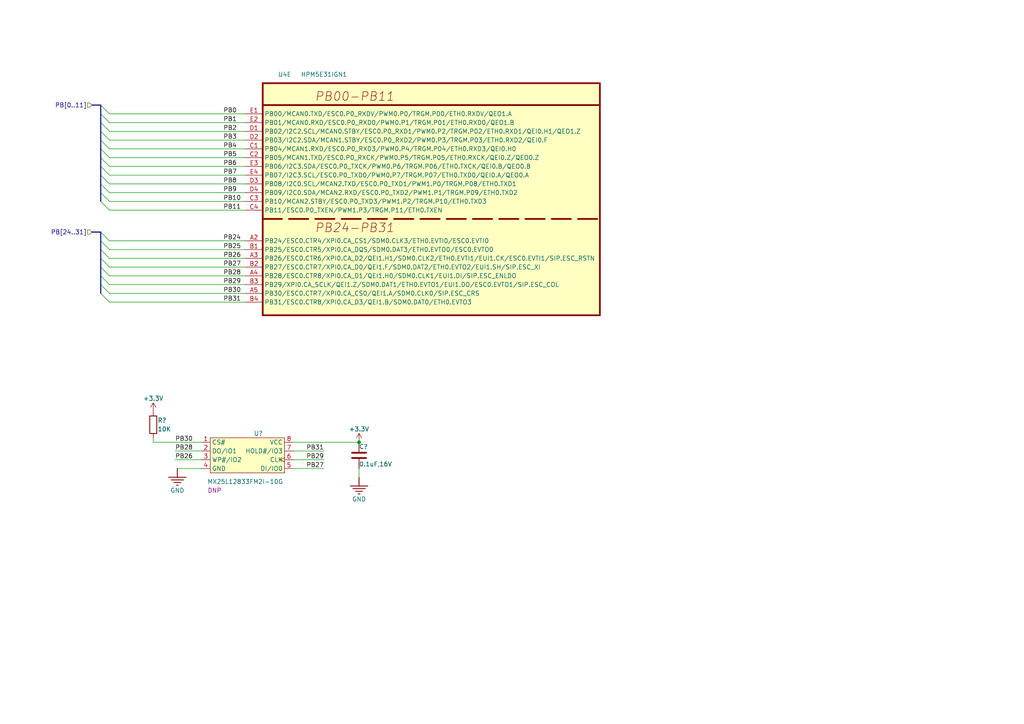
<source format=kicad_sch>
(kicad_sch (version 20230121) (generator eeschema)
  (paper "A4")
  (title_block (title "HPM5E00EVK") (date "2024-02-12") (rev "RevB") (comment 1 "MCU_PB&FLASH"))
  (lib_symbols
    (symbol "00_HPM700_Library:HPM5E31IGN1"
      (property "Reference" "U" (at 2.54 1.27 0))
      (property "Value" "HPM5E31IGN1" (at 12.7 1.27 0))
      (symbol "HPM5E31IGN1_1_1"
        (polyline (pts (xy 0 -40.64) (xy 35.56 -40.64)) (stroke (width 0.508)))
        (polyline (pts (xy 9.525 -6.35) (xy 15.24 -6.35) (xy 15.24 -10.16) (xy 14.605 -9.525) (xy 15.24 -10.16) (xy 15.875 -9.525)))
        (polyline (pts (xy 15.24 -15.24) (xy 15.24 -19.05) (xy 9.525 -19.05) (xy 10.16 -18.415) (xy 9.525 -19.05) (xy 10.16 -19.685)))
        (rectangle (start 0 0) (end 35.56 -60.96) (stroke (width 0.508)) (fill (type background)))
        (rectangle (start 11.43 -11.43) (end 19.05 -13.97))
        (text "Analog_Domain" (at 11.43 -44.45 0) (effects (font (size 1.778 1.778))))
        (text "DCDC" (at 15.24 -12.7 0) (effects (font (size 1.27 1.27))))
        (text "DCDC_Domain" (at 10.16 -2.54 0) (effects (font (size 1.778 1.778))))
        (pin power_in line (at 40.64 -3.81 180) (length 5.08) (name "VDD_SOC") (number "F6"))
        (pin power_in line (at 40.64 -6.35 180) (length 5.08) (name "VDD_SOC") (number "F9"))
        (pin power_in line (at 40.64 -8.89 180) (length 5.08) (name "VDD_SOC") (number "G6"))
        (pin power_in line (at 40.64 -11.43 180) (length 5.08) (name "VDD_SOC") (number "G9"))
        (pin power_in line (at -5.08 -55.88 0) (length 5.08) (name "VSSA") (number "H8"))
        (pin power_in line (at 40.64 -13.97 180) (length 5.08) (name "VDD_SOC") (number "H9"))
        (pin power_in line (at 40.64 -55.88 180) (length 5.08) (name "VREFL") (number "J8"))
        (pin power_in line (at -5.08 -48.26 0) (length 5.08) (name "VANA") (number "J9"))
        (pin power_in line (at 40.64 -48.26 180) (length 5.08) (name "VREFH") (number "K9"))
        (pin power_in line (at -5.08 -6.35 0) (length 5.08) (name "DCDC_IN") (number "M1"))
        (pin power_in line (at -5.08 -8.89 0) (length 5.08) (name "DCDC_IN") (number "M2"))
        (pin power_in line (at -5.08 -27.94 0) (length 5.08) (name "DCDC_GND") (number "N1"))
        (pin power_in line (at -5.08 -16.51 0) (length 5.08) (name "DCDC_LP") (number "N2"))
        (pin power_in line (at -5.08 -30.48 0) (length 5.08) (name "DCDC_GND") (number "P2"))
        (pin power_in line (at -5.08 -19.05 0) (length 5.08) (name "DCDC_LP") (number "P3"))
      )
      (symbol "HPM5E31IGN1_2_1"
        (rectangle (start 0 0) (end 35.56 -27.94) (stroke (width 0.508)) (fill (type background)))
        (pin power_in line (at -5.08 -5.08 0) (length 5.08) (name "VSS") (number "A1"))
        (pin power_in line (at -5.08 -7.62 0) (length 5.08) (name "VSS") (number "A14"))
        (pin power_in line (at -5.08 -12.7 0) (length 5.08) (name "VSS") (number "E10"))
        (pin power_in line (at -5.08 -10.16 0) (length 5.08) (name "VSS") (number "E5"))
        (pin power_in line (at -5.08 -15.24 0) (length 5.08) (name "VSS") (number "F7"))
        (pin power_in line (at -5.08 -17.78 0) (length 5.08) (name "VSS") (number "F8"))
        (pin power_in line (at -5.08 -20.32 0) (length 5.08) (name "VSS") (number "G7"))
        (pin power_in line (at -5.08 -22.86 0) (length 5.08) (name "VSS") (number "G8"))
        (pin power_in line (at 40.64 -5.08 180) (length 5.08) (name "VSS") (number "H7"))
        (pin power_in line (at 40.64 -7.62 180) (length 5.08) (name "VSS") (number "J7"))
        (pin power_in line (at 40.64 -12.7 180) (length 5.08) (name "VSS") (number "K10"))
        (pin power_in line (at 40.64 -10.16 180) (length 5.08) (name "VSS") (number "K5"))
        (pin power_in line (at 40.64 -15.24 180) (length 5.08) (name "VSS") (number "N3"))
        (pin power_in line (at 40.64 -17.78 180) (length 5.08) (name "VSS") (number "P1"))
        (pin power_in line (at 40.64 -20.32 180) (length 5.08) (name "VSS") (number "P14"))
      )
      (symbol "HPM5E31IGN1_3_1"
        (polyline (pts (xy 0 -25.4) (xy 35.56 -25.4)) (stroke (width 0.508)))
        (rectangle (start 0 0) (end 35.56 -45.72) (stroke (width 0.508)) (fill (type background)))
        (pin input line (at -5.08 -16.51 0) (length 5.08) (name "XTALO") (number "K13"))
        (pin input line (at -5.08 -6.35 0) (length 5.08) (name "XTALI") (number "K14"))
        (pin input line (at -5.08 -33.02 0) (length 5.08) (name "USB0_VBUS") (number "L12"))
        (pin input line (at 40.64 -39.37 180) (length 5.08) (name "USB0_DN") (number "L13"))
        (pin input line (at 40.64 -33.02 180) (length 5.08) (name "USB0_DP") (number "L14"))
        (pin input line (at 40.64 -16.51 180) (length 5.08) (name "WKUP") (number "L3"))
        (pin input line (at 40.64 -6.35 180) (length 5.08) (name "RSTN") (number "M3"))
      )
      (symbol "HPM5E31IGN1_4_1"
        (polyline (pts (xy 0 -46.99) (xy 115.57 -46.99)) (stroke (width 0.508) (type dash)))
        (polyline (pts (xy 0 -17.78) (xy 115.57 -17.78)) (stroke (width 0.508)))
        (rectangle (start 0 0) (end 115.57 -96.52) (stroke (width 0.508)) (fill (type background)))
        (text "PA00-PA09" (at 27.94 -15.24 0) (effects (font (size 2.54 2.54) italic)))
        (text "PA16-PA31" (at 27.94 -49.53 0) (effects (font (size 2.54 2.54) italic)))
        (pin input line (at -5.08 -3.81 0) (length 5.08) (name "VIO_B01") (number "E6"))
        (pin input line (at -5.08 -6.35 0) (length 5.08) (name "VIO_B01") (number "E7"))
        (pin input line (at -5.08 -8.89 0) (length 5.08) (name "VIO_B01") (number "E8"))
        (pin input line (at -5.08 -11.43 0) (length 5.08) (name "VIO_B01") (number "E9"))
        (pin input line (at -5.08 -44.45 0) (length 5.08) (name "PA09/GPTMR0.CAPT1/UART2.RXD/I2C0.SDA/MCAN2.RXD/ESC0.REFCK/PWM1.P1/TRGM.P09/ETH0.EVTO2") (number "F1"))
        (pin input line (at -5.08 -31.75 0) (length 5.08) (name "PA04/UART1.CTS/SPI1.SCLK/MCAN1.RXD/PWM0.P4/TRGM.P04/JTAG.TDO/SIP.MISO") (number "F2"))
        (pin input line (at -5.08 -34.29 0) (length 5.08) (name "PA05/GPTMR1.COMP2/UART1.DE/UART1.RTS/SPI1.CS0/MCAN1.TXD/PWM0.P5/TRGM.P05/JTAG.TDI/SIP.MOSI") (number "F3"))
        (pin input line (at -5.08 -36.83 0) (length 5.08) (name "PA06/GPTMR0.CAPT0/UART1.RXD/I2C3.SDA/SPI1.MISO/PWM0.P6/TRGM.P06/JTAG.TCK/SIP.SCLK") (number "F4"))
        (pin input line (at -5.08 -39.37 0) (length 5.08) (name "PA07/GPTMR0.COMP0/UART1.TXD/I2C3.SCL/SPI1.MOSI/PWM0.P7/TRGM.P07/JTAG.TMS/SIP.CS_N") (number "F5"))
        (pin input line (at -5.08 -41.91 0) (length 5.08) (name "PA08/GPTMR0.COMP1/UART2.TXD/I2C0.SCL/MCAN2.TXD/PWM1.P0/TRGM.P08/JTAG.TRST") (number "G1"))
        (pin input line (at -5.08 -21.59 0) (length 5.08) (name "PA00/GPTMR1.COMP0/UART0.TXD/MCAN0.TXD/PWM0.P0/TRGM.P00/SYSCTL.CLK_OBS0/SIP.WP_N") (number "G2"))
        (pin input line (at -5.08 -24.13 0) (length 5.08) (name "PA01/GPTMR1.CAPT0/UART0.RXD/MCAN0.RXD/PWM0.P1/TRGM.P01/SYSCTL.CLK_OBS2/SIP.HOLD") (number "G3"))
        (pin input line (at -5.08 -26.67 0) (length 5.08) (name "PA02/GPTMR1.COMP1/UART0.DE/UART0.RTS/I2C2.SCL/MCAN0.STBY/PWM0.P2/TRGM.P02/SYSCTL.CLK_OBS1") (number "G4"))
        (pin input line (at -5.08 -29.21 0) (length 5.08) (name "PA03/GPTMR1.CAPT1/UART0.CTS/I2C2.SDA/MCAN1.STBY/PWM0.P3/TRGM.P03/SYSCTL.CLK_OBS3") (number "G5"))
        (pin input line (at -5.08 -68.58 0) (length 5.08) (name "PA22/GPTMR2.CAPT0/UART5.RXD/SPI2.MISO/ETH0.TXER/QEO0.B/SDM0.DAT0/OWR1.DAT") (number "H1"))
        (pin input line (at -5.08 -71.12 0) (length 5.08) (name "PA23/GPTMR2.COMP0/UART5.TXD/SPI2.MOSI/ESC0.P0_RXER/ETH0.RXER/QEO0.A/SDM0.CLK0/SIP.ESC_RXER") (number "H2"))
        (pin input line (at -5.08 -86.36 0) (length 5.08) (name "PA29/GPTMR3.COMP3/UART7.DE/UART7.RTS/SPI3.MOSI/ESC0.P0_TXEN/QEI1.Z/SIP.ESC_TXEN") (number "H3"))
        (pin input line (at -5.08 -88.9 0) (length 5.08) (name "PA30/UART7.RXD/SPI3.DAT2/ESC0.MDIO/ETH0.MDIO/QEI1.A") (number "H4"))
        (pin input line (at -5.08 -91.44 0) (length 5.08) (name "PA31/GPTMR2.COMP3/UART7.TXD/SPI3.DAT3/ESC0.MDC/ETH0.MDC/QEI1.B") (number "H5"))
        (pin input line (at -5.08 -63.5 0) (length 5.08) (name "PA20/UART5.CTS/SPI2.SCLK/ESC0.P0_RXD3/SDM0.DAT1/SIP.ESC_RXD3") (number "J1"))
        (pin input line (at -5.08 -66.04 0) (length 5.08) (name "PA21/GPTMR3.COMP2/UART5.DE/UART5.RTS/SPI2.CS0/ESC0.P0_RXCK/QEO0.Z/SDM0.CLK1/OWR0.DAT/SIP.ESC_RXCK") (number "J2"))
        (pin input line (at -5.08 -78.74 0) (length 5.08) (name "PA26/GPTMR2.COMP2/UART6.DE/UART6.RTS/SPI3.SCLK/ESC0.P0_TXD1/QEI1.H1/EWDG0.RST/SIP.ESC_TXD1") (number "J3"))
        (pin input line (at -5.08 -81.28 0) (length 5.08) (name "PA27/UART6.CTS/SPI3.CS0/ESC0.P0_TXD2/QEI1.F/SIP.ESC_TXD2") (number "J4"))
        (pin input line (at -5.08 -83.82 0) (length 5.08) (name "PA28/UART7.CTS/SPI3.MISO/ESC0.P0_TXD3/ESC0.CTR1/QEI1.H0/SIP.ESC_TXD3") (number "J5"))
        (pin input line (at -5.08 -58.42 0) (length 5.08) (name "PA18/GPTMR3.COMP1/UART4.DE/UART4.RTS/ESC0.P0_RXD1/QEO1.Z/SDM0.DAT2/EUI0.DI/SIP.ESC_RXD1") (number "K1"))
        (pin input line (at -5.08 -60.96 0) (length 5.08) (name "PA19/GPTMR3.CAPT1/UART4.CTS/SPI3.CS3/ESC0.P0_RXD2/SDM0.CLK2/EUI0.DO/SIP.ESC_RXD2") (number "K2"))
        (pin input line (at -5.08 -73.66 0) (length 5.08) (name "PA24/GPTMR2.COMP1/UART6.TXD/SPI3.CS2/ESC0.P0_TXCK/SIP.ESC_TXCK") (number "K3"))
        (pin input line (at -5.08 -76.2 0) (length 5.08) (name "PA25/GPTMR2.CAPT1/UART6.RXD/SPI3.CS1/ESC0.P0_TXD0/ESC0.CTR0/SIP.ESC_TXD0") (number "K4"))
        (pin input line (at -5.08 -13.97 0) (length 5.08) (name "VIO_B01") (number "K6"))
        (pin input line (at -5.08 -53.34 0) (length 5.08) (name "PA16/GPTMR3.COMP0/UART4.TXD/ESC0.P0_RXDV/QEO1.A/SDM0.DAT3/EUI0.CK/SIP.ESC_RXDV") (number "L1"))
        (pin input line (at -5.08 -55.88 0) (length 5.08) (name "PA17/GPTMR3.CAPT0/UART4.RXD/ESC0.P0_RXD0/QEO1.B/SDM0.CLK3/EUI0.SH/SIP.ESC_RXD0") (number "L2"))
      )
      (symbol "HPM5E31IGN1_5_1"
        (polyline (pts (xy 0 -39.37) (xy 97.79 -39.37)) (stroke (width 0.508) (type dash)))
        (polyline (pts (xy 0 -6.35) (xy 97.79 -6.35)) (stroke (width 0.508)))
        (rectangle (start 0 0) (end 97.79 -67.31) (stroke (width 0.508)) (fill (type background)))
        (text "PB00-PB11" (at 26.67 -3.81 0) (effects (font (size 2.54 2.54) italic)))
        (text "PB24-PB31" (at 26.67 -41.91 0) (effects (font (size 2.54 2.54) italic)))
        (pin input line (at -5.08 -45.72 0) (length 5.08) (name "PB24/ESC0.CTR4/XPI0.CA_CS1/SDM0.CLK3/ETH0.EVTI0/ESC0.EVTI0") (number "A2"))
        (pin input line (at -5.08 -50.8 0) (length 5.08) (name "PB26/ESC0.CTR6/XPI0.CA_D2/QEI1.H1/SDM0.CLK2/ETH0.EVTI1/EUI1.CK/ESC0.EVTI1/SIP.ESC_RSTN") (number "A3"))
        (pin input line (at -5.08 -55.88 0) (length 5.08) (name "PB28/ESC0.CTR8/XPI0.CA_D1/QEI1.H0/SDM0.CLK1/EUI1.DI/SIP.ESC_ENLDO") (number "A4"))
        (pin input line (at -5.08 -60.96 0) (length 5.08) (name "PB30/ESC0.CTR7/XPI0.CA_CS0/QEI1.A/SDM0.CLK0/SIP.ESC_CRS") (number "A5"))
        (pin input line (at -5.08 -48.26 0) (length 5.08) (name "PB25/ESC0.CTR5/XPI0.CA_DQS/SDM0.DAT3/ETH0.EVTO0/ESC0.EVTO0") (number "B1"))
        (pin input line (at -5.08 -53.34 0) (length 5.08) (name "PB27/ESC0.CTR7/XPI0.CA_D0/QEI1.F/SDM0.DAT2/ETH0.EVTO2/EUI1.SH/SIP.ESC_XI") (number "B2"))
        (pin input line (at -5.08 -58.42 0) (length 5.08) (name "PB29/XPI0.CA_SCLK/QEI1.Z/SDM0.DAT1/ETH0.EVTO1/EUI1.DO/ESC0.EVTO1/SIP.ESC_COL") (number "B3"))
        (pin input line (at -5.08 -63.5 0) (length 5.08) (name "PB31/ESC0.CTR8/XPI0.CA_D3/QEI1.B/SDM0.DAT0/ETH0.EVTO3") (number "B4"))
        (pin input line (at -5.08 -19.05 0) (length 5.08) (name "PB04/MCAN1.RXD/ESC0.P0_RXD3/PWM0.P4/TRGM.P04/ETH0.RXD3/QEI0.H0") (number "C1"))
        (pin input line (at -5.08 -21.59 0) (length 5.08) (name "PB05/MCAN1.TXD/ESC0.P0_RXCK/PWM0.P5/TRGM.P05/ETH0.RXCK/QEI0.Z/QEO0.Z") (number "C2"))
        (pin input line (at -5.08 -34.29 0) (length 5.08) (name "PB10/MCAN2.STBY/ESC0.P0_TXD3/PWM1.P2/TRGM.P10/ETH0.TXD3") (number "C3"))
        (pin input line (at -5.08 -36.83 0) (length 5.08) (name "PB11/ESC0.P0_TXEN/PWM1.P3/TRGM.P11/ETH0.TXEN") (number "C4"))
        (pin input line (at -5.08 -13.97 0) (length 5.08) (name "PB02/I2C2.SCL/MCAN0.STBY/ESC0.P0_RXD1/PWM0.P2/TRGM.P02/ETH0.RXD1/QEI0.H1/QEO1.Z") (number "D1"))
        (pin input line (at -5.08 -16.51 0) (length 5.08) (name "PB03/I2C2.SDA/MCAN1.STBY/ESC0.P0_RXD2/PWM0.P3/TRGM.P03/ETH0.RXD2/QEI0.F") (number "D2"))
        (pin input line (at -5.08 -29.21 0) (length 5.08) (name "PB08/I2C0.SCL/MCAN2.TXD/ESC0.P0_TXD1/PWM1.P0/TRGM.P08/ETH0.TXD1") (number "D3"))
        (pin input line (at -5.08 -31.75 0) (length 5.08) (name "PB09/I2C0.SDA/MCAN2.RXD/ESC0.P0_TXD2/PWM1.P1/TRGM.P09/ETH0.TXD2") (number "D4"))
        (pin input line (at -5.08 -8.89 0) (length 5.08) (name "PB00/MCAN0.TXD/ESC0.P0_RXDV/PWM0.P0/TRGM.P00/ETH0.RXDV/QEO1.A") (number "E1"))
        (pin input line (at -5.08 -11.43 0) (length 5.08) (name "PB01/MCAN0.RXD/ESC0.P0_RXD0/PWM0.P1/TRGM.P01/ETH0.RXD0/QEO1.B") (number "E2"))
        (pin input line (at -5.08 -24.13 0) (length 5.08) (name "PB06/I2C3.SDA/ESC0.P0_TXCK/PWM0.P6/TRGM.P06/ETH0.TXCK/QEI0.B/QEO0.B") (number "E3"))
        (pin input line (at -5.08 -26.67 0) (length 5.08) (name "PB07/I2C3.SCL/ESC0.P0_TXD0/PWM0.P7/TRGM.P07/ETH0.TXD0/QEI0.A/QEO0.A") (number "E4"))
      )
      (symbol "HPM5E31IGN1_6_1"
        (polyline (pts (xy 0 -6.35) (xy 187.96 -6.35)) (stroke (width 0.508)))
        (rectangle (start 0 0) (end 187.96 -93.98) (stroke (width 0.508)) (fill (type background)))
        (text "PC00-PC31" (at 22.86 -3.81 0) (effects (font (size 2.54 2.54) italic)))
        (pin input line (at -5.08 -55.88 0) (length 5.08) (name "PC18/GPTMR3.COMP1/UART4.DE/UART4.RTS/ESC0.GPI45/ESC0.GPO18/PPI0.DQ04/ESC0.CTR0/XPI_SLV.RDY") (number "A10"))
        (pin input line (at -5.08 -60.96 0) (length 5.08) (name "PC20/UART5.CTS/SPI3.SCLK/ESC0.GPI43/ESC0.GPO20/PPI0.DQ06/ESC0.CTR2/XPI_SLV.ADQ0") (number "A11"))
        (pin input line (at -5.08 -66.04 0) (length 5.08) (name "PC22/GPTMR2.CAPT0/UART5.RXD/SPI3.MISO/ESC0.GPI41/ESC0.GPO22/PPI0.CTR2/QEO1.B/XPI_SLV.DQS") (number "A12"))
        (pin input line (at -5.08 -68.58 0) (length 5.08) (name "PC23/GPTMR2.COMP0/UART5.TXD/SPI3.MOSI/ESC0.GPI40/ESC0.GPO23/PPI0.DQ08/QEO1.A") (number "A13"))
        (pin input line (at -5.08 -12.7 0) (length 5.08) (name "PC01/GPTMR1.CAPT0/UART0.RXD/MCAN0.RXD/ESC0.GPI62/ESC0.GPO01/PPI0.DQ25/XPI0.CB_D1/PWM0.P1/TRGM.P01/ESC0.GPI14/OWR1.DAT") (number "A6"))
        (pin input line (at -5.08 -17.78 0) (length 5.08) (name "PC03/GPTMR1.CAPT1/UART0.CTS/I2C2.SDA/SPI1.CS3/MCAN1.STBY/ESC0.GPI60/ESC0.GPO03/PPI0.DQ26/XPI0.CB_D3/PWM0.P3/TRGM.P03/ESC0.GPI12/QEI0.F") (number "A7"))
        (pin input line (at -5.08 -22.86 0) (length 5.08) (name "PC05/GPTMR1.COMP2/UART1.DE/UART1.RTS/SPI0.CS0/MCAN1.TXD/ESC0.GPI58/ESC0.GPO05/PPI0.DQ28/XPI0.CA_CS0/PWM0.P5/TRGM.P05/ESC0.GPI10/QEI0.Z/QEO0.Z") (number "A8"))
        (pin input line (at -5.08 -27.94 0) (length 5.08) (name "PC07/GPTMR0.COMP0/UART1.TXD/I2C3.SCL/SPI0.MOSI/ESC0.GPI56/ESC0.GPO07/PPI0.DQ30/XPI0.CA_D3/PWM0.P7/TRGM.P07/ESC0.GPI08/QEI0.A/QEO0.A") (number "A9"))
        (pin input line (at -5.08 -58.42 0) (length 5.08) (name "PC19/GPTMR3.CAPT1/UART4.CTS/SPI2.CS3/ESC0.GPI44/ESC0.GPO19/PPI0.DQ05/ESC0.CTR1/XPI_SLV.ADQ1") (number "B10"))
        (pin input line (at -5.08 -63.5 0) (length 5.08) (name "PC21/GPTMR3.COMP2/UART5.DE/UART5.RTS/SPI3.CS0/ESC0.GPI42/ESC0.GPO21/PPI0.DQ07/ESC0.CTR3/QEO1.Z/XPI_SLV.ADQ3") (number "B11"))
        (pin input line (at -5.08 -71.12 0) (length 5.08) (name "PC24/GPTMR2.COMP1/UART6.TXD/SPI2.CS2/ESC0.GPI39/ESC0.GPO24/PPI0.DQ09") (number "B14"))
        (pin input line (at -5.08 -10.16 0) (length 5.08) (name "PC00/GPTMR1.COMP0/UART0.TXD/MCAN0.TXD/ESC0.GPI63/ESC0.GPO00/PPI0.DQ24/XPI0.CB_CS0/PWM0.P0/TRGM.P00/ESC0.GPI15/OWR0.DAT") (number "B5"))
        (pin input line (at -5.08 -15.24 0) (length 5.08) (name "PC02/GPTMR1.COMP1/UART0.DE/UART0.RTS/I2C2.SCL/MCAN0.STBY/ESC0.GPI61/ESC0.GPO02/PPI0.DQ22/XPI0.CB_D2/PWM0.P2/TRGM.P02/ESC0.GPI13/QEI0.H1") (number "B6"))
        (pin input line (at -5.08 -20.32 0) (length 5.08) (name "PC04/UART1.CTS/SPI0.SCLK/MCAN1.RXD/ESC0.GPI59/ESC0.GPO04/PPI0.DQ27/XPI0.CB_SCLK/PWM0.P4/TRGM.P04/ESC0.GPI11/QEI0.H0") (number "B7"))
        (pin input line (at -5.08 -25.4 0) (length 5.08) (name "PC06/GPTMR0.CAPT0/UART1.RXD/I2C3.SDA/SPI0.MISO/ESC0.GPI57/ESC0.GPO06/PPI0.DQ29/XPI0.CA_D1/PWM0.P6/TRGM.P06/ESC0.GPI09/QEI0.B/QEO0.B") (number "B8"))
        (pin input line (at -5.08 -30.48 0) (length 5.08) (name "PC08/GPTMR0.COMP1/UART2.TXD/I2C0.SCL/SPI1.CS2/MCAN2.TXD/ESC0.GPI55/ESC0.GPO08/PPI0.DQ31/XPI0.CA_SCLK/PWM1.P0/TRGM.P08/ESC0.GPI07") (number "B9"))
        (pin input line (at -5.08 -73.66 0) (length 5.08) (name "PC25/GPTMR2.CAPT1/UART6.RXD/SPI2.CS1/ESC0.GPI38/ESC0.GPO25/PPI0.DQ11") (number "C14"))
        (pin input line (at -5.08 -33.02 0) (length 5.08) (name "PC09/GPTMR0.CAPT1/UART2.RXD/I2C0.SDA/SPI1.CS1/MCAN2.RXD/ESC0.GPI54/ESC0.GPO09/PPI0.DQ23/XPI0.CB_CS1/PWM1.P1/TRGM.P09/ESC0.GPI06/QEI1.H1/ESC0.CTR0") (number "C5"))
        (pin input line (at -5.08 -38.1 0) (length 5.08) (name "PC11/UART2.CTS/SPI1.CS0/ESC0.GPI52/ESC0.GPO11/PPI0.DQ21/XPI0.CB_DQS/PWM1.P3/TRGM.P11/ESC0.GPI04/QEI1.H0/ESC0.CTR2") (number "C6"))
        (pin input line (at -5.08 -43.18 0) (length 5.08) (name "PC13/GPTMR1.COMP3/UART3.DE/UART3.RTS/I2C1.SCL/SPI1.MOSI/MCAN3.STBY/ESC0.GPI50/ESC0.GPO13/PPI0.DQ18/XPI0.CA_CS1/PWM1.P5/TRGM.P13/ESC0.GPI02/QEI1.A/QEO1.A/ESC0.CTR4") (number "C7"))
        (pin input line (at -5.08 -48.26 0) (length 5.08) (name "PC15/GPTMR0.COMP3/UART3.TXD/SPI1.DAT3/MCAN3.TXD/ESC0.GPI48/ESC0.GPO15/PPI0.DM3/XPI0.CA_D0/PWM1.P7/TRGM.P15/ESC0.GPI00/ESC0.CTR6") (number "C8"))
        (pin input line (at -5.08 -53.34 0) (length 5.08) (name "PC17/GPTMR3.CAPT0/UART4.RXD/ESC0.GPI46/ESC0.GPO17/PPI0.DQ17/ESC0.CTR8") (number "C9"))
        (pin input line (at -5.08 -78.74 0) (length 5.08) (name "PC27/UART6.CTS/SPI2.CS0/ESC0.GPI36/ESC0.GPO27/PPI0.CTR0/ESC0.CTR4/QEI1.F") (number "D13"))
        (pin input line (at -5.08 -76.2 0) (length 5.08) (name "PC26/GPTMR2.COMP2/UART6.DE/UART6.RTS/SPI2.SCLK/ESC0.GPI37/ESC0.GPO26/PPI0.DQ12/QEI1.H1") (number "D14"))
        (pin input line (at -5.08 -35.56 0) (length 5.08) (name "PC10/GPTMR0.COMP2/UART2.DE/UART2.RTS/SPI1.SCLK/MCAN2.STBY/ESC0.GPI53/ESC0.GPO10/PPI0.DQ20/XPI0.CB_D0/PWM1.P2/TRGM.P10/ESC0.GPI05/QEI1.F/ESC0.CTR1") (number "D5"))
        (pin input line (at -5.08 -40.64 0) (length 5.08) (name "PC12/UART3.CTS/I2C1.SDA/SPI1.MISO/ESC0.GPI51/ESC0.GPO12/PPI0.DM2/XPI0.CA_D2/PWM1.P4/TRGM.P12/ESC0.GPI03/QEI1.Z/QEO1.Z/ESC0.CTR3") (number "D6"))
        (pin input line (at -5.08 -45.72 0) (length 5.08) (name "PC14/UART3.RXD/SPI1.DAT2/MCAN3.RXD/ESC0.GPI49/ESC0.GPO14/PPI0.DQ19/PWM1.P6/TRGM.P14/ESC0.GPI01/QEI1.B/QEO1.B/ESC0.CTR5") (number "D7"))
        (pin input line (at -5.08 -50.8 0) (length 5.08) (name "PC16/GPTMR3.COMP0/UART4.TXD/ESC0.GPI47/ESC0.GPO16/PPI0.DQ16/XPI0.CA_DQS/ESC0.CTR7") (number "D8"))
        (pin input line (at -5.08 -83.82 0) (length 5.08) (name "PC29/GPTMR3.COMP3/UART7.DE/UART7.RTS/SPI2.MOSI/ESC0.GPI34/ESC0.GPO29/PPI0.CLK/ESC0.CTR6/QEI1.Z/SOC.REF0") (number "E13"))
        (pin input line (at -5.08 -81.28 0) (length 5.08) (name "PC28/UART7.CTS/SPI2.MISO/ESC0.GPI35/ESC0.GPO28/PPI0.DM0/ESC0.CTR5/QEI1.H0") (number "E14"))
        (pin input line (at -5.08 -88.9 0) (length 5.08) (name "PC31/GPTMR2.COMP3/UART7.TXD/SPI2.DAT3/ESC0.GPI32/ESC0.GPO31/PPI0.CS1/ESC0.CTR8/QEI1.B") (number "F13"))
        (pin input line (at -5.08 -86.36 0) (length 5.08) (name "PC30/UART7.RXD/SPI2.DAT2/ESC0.GPI33/ESC0.GPO30/PPI0.CS0/ESC0.CTR7/QEI1.A/SOC.REF1") (number "F14"))
      )
      (symbol "HPM5E31IGN1_7_1"
        (polyline (pts (xy 0 -5.08) (xy 143.51 -5.08)) (stroke (width 0.508)))
        (rectangle (start 0 0) (end 143.51 -92.71) (stroke (width 0.508)) (fill (type background)))
        (text "PD00-PD31" (at 22.86 -2.54 0) (effects (font (size 2.54 2.54) italic)))
        (pin input line (at -5.08 -21.59 0) (length 5.08) (name "PD05/MCAN1.TXD/ESC0.GPI26/ESC0.GPO37/PPI0.DQ13/PWM0.P5/TRGM.P05/QEI0.Z/QEO0.Z/ESC0.CTR5") (number "B12"))
        (pin input line (at -5.08 -26.67 0) (length 5.08) (name "PD07/I2C3.SCL/ESC0.GPI24/ESC0.GPO39/PPI0.CTR3/PWM0.P7/TRGM.P07/QEI0.A/QEO0.A/ESC0.CTR7") (number "B13"))
        (pin input line (at -5.08 -11.43 0) (length 5.08) (name "PD01/MCAN0.RXD/ESC0.GPI30/ESC0.GPO33/PPI0.DQ03/PWM0.P1/TRGM.P01/ESC0.REFCK/ESC0.CTR1/XPI_SLV.CSN") (number "C10"))
        (pin input line (at -5.08 -16.51 0) (length 5.08) (name "PD03/I2C2.SDA/MCAN1.STBY/ESC0.GPI28/ESC0.GPO35/PPI0.DQ01/PWM0.P3/TRGM.P03/ESC0.SDA/QEI0.F/ESC0.CTR3/XPI_SLV.CLK") (number "C11"))
        (pin input line (at -5.08 -24.13 0) (length 5.08) (name "PD06/I2C3.SDA/ESC0.GPI25/ESC0.GPO38/PPI0.DQ14/PWM0.P6/TRGM.P06/QEI0.B/QEO0.B/ESC0.CTR6") (number "C12"))
        (pin input line (at -5.08 -29.21 0) (length 5.08) (name "PD08/I2C0.SCL/MCAN2.TXD/ESC0.GPI23/ESC0.GPO40/PPI0.CS3/PWM1.P0/TRGM.P08/ESC0.SCL/ESC0.CTR8") (number "C13"))
        (pin input line (at -5.08 -13.97 0) (length 5.08) (name "PD02/I2C2.SCL/MCAN0.STBY/ESC0.GPI29/ESC0.GPO34/PPI0.DQ00/PWM0.P2/TRGM.P02/ESC0.SCL/QEI0.H1/EWDG1.RST/ESC0.CTR2/XPI_SLV.ERR") (number "D10"))
        (pin input line (at -5.08 -19.05 0) (length 5.08) (name "PD04/MCAN1.RXD/ESC0.GPI27/ESC0.GPO36/PPI0.DQ10/PWM0.P4/TRGM.P04/QEI0.H0/ESC0.CTR4") (number "D11"))
        (pin input line (at -5.08 -31.75 0) (length 5.08) (name "PD09/I2C0.SDA/MCAN2.RXD/ESC0.GPI22/ESC0.GPO41/PWM1.P1/TRGM.P09/ESC0.SDA") (number "D12"))
        (pin input line (at -5.08 -8.89 0) (length 5.08) (name "PD00/MCAN0.TXD/ESC0.GPI31/ESC0.GPO32/PPI0.DQ02/PWM0.P0/TRGM.P00/ESC0.REFCK/ESC0.CTR0/XPI_SLV.ADQ2") (number "D9"))
        (pin input line (at -5.08 -36.83 0) (length 5.08) (name "PD11/ESC0.GPI20/ESC0.GPO43/PPI0.CS2/PWM1.P3/TRGM.P11") (number "E11"))
        (pin input line (at -5.08 -34.29 0) (length 5.08) (name "PD10/MCAN2.STBY/ESC0.GPI21/ESC0.GPO42/PPI0.CTR1/PWM1.P2/TRGM.P10") (number "E12"))
        (pin input line (at -5.08 -67.31 0) (length 5.08) (name "PD23/ESC0.GPI08/ESC0.GPO55/PPI0.DM0/ESC0.GPO07/QEO1.A/ESC0.P2_TXCK") (number "F10"))
        (pin input line (at -5.08 -41.91 0) (length 5.08) (name "PD13/I2C1.SCL/MCAN3.STBY/ESC0.GPI18/ESC0.GPO45/PPI0.DM1/PWM1.P5/TRGM.P13") (number "F11"))
        (pin input line (at -5.08 -39.37 0) (length 5.08) (name "PD12/I2C1.SDA/ESC0.GPI19/ESC0.GPO44/PPI0.DQ15/PWM1.P4/TRGM.P12") (number "F12"))
        (pin input line (at -5.08 -72.39 0) (length 5.08) (name "PD25/ESC0.GPI06/ESC0.GPO57/PPI0.DQ07/ESC0.GPO09/SDM0.CLK3/OWR0.DAT/ESC0.P2_TXD1") (number "G10"))
        (pin input line (at -5.08 -69.85 0) (length 5.08) (name "PD24/ESC0.GPI07/ESC0.GPO56/PPI0.DQ06/ESC0.GPO08/SDM0.DAT3/CPU0.NMI/ESC0.P2_TXD0") (number "G11"))
        (pin input line (at -5.08 -49.53 0) (length 5.08) (name "PD16/ESC0.GPI15/ESC0.GPO48/PPI0.DQ10/ESC0.GPO00/SYSCTL.CLK_OBS0/ESC0.P2_RXDV") (number "G12"))
        (pin input line (at -5.08 -46.99 0) (length 5.08) (name "PD15/MCAN3.TXD/ESC0.GPI16/ESC0.GPO47/PPI0.DM1/PWM1.P7/TRGM.P15/ESC0.REFCK/SYSCTL.CLK_OBS2") (number "G13"))
        (pin input line (at -5.08 -44.45 0) (length 5.08) (name "PD14/MCAN3.RXD/ESC0.GPI17/ESC0.GPO46/PPI0.DQ08/PWM1.P6/TRGM.P14/ESC0.REFCK/SYSCTL.CLK_OBS3") (number "G14"))
        (pin input line (at -5.08 -77.47 0) (length 5.08) (name "PD27/ESC0.GPI04/ESC0.GPO59/PPI0.DQ04/ESC0.GPO11/QEI1.F/SDM0.DAT2/ESC0.P2_TXD3") (number "H10"))
        (pin input line (at -5.08 -74.93 0) (length 5.08) (name "PD26/ESC0.GPI05/ESC0.GPO58/PPI0.DQ05/ESC0.GPO10/QEI1.H1/SDM0.CLK2/OWR1.DAT/ESC0.P2_TXD2") (number "H11"))
        (pin input line (at -5.08 -57.15 0) (length 5.08) (name "PD19/ESC0.GPI12/ESC0.GPO51/PPI0.DQ11/ESC0.GPO03/ESC0.P2_RXD2") (number "H12"))
        (pin input line (at -5.08 -54.61 0) (length 5.08) (name "PD18/ESC0.GPI13/ESC0.GPO50/PPI0.DQ12/ESC0.GPO02/ESC0.P2_RXD1") (number "H13"))
        (pin input line (at -5.08 -52.07 0) (length 5.08) (name "PD17/ESC0.GPI14/ESC0.GPO49/PPI0.DQ09/ESC0.GPO01/SYSCTL.CLK_OBS1/ESC0.P2_RXD0") (number "H14"))
        (pin input line (at -5.08 -82.55 0) (length 5.08) (name "PD29/ESC0.GPI02/ESC0.GPO61/PPI0.DQ02/ESC0.GPO13/QEI1.Z/SDM0.DAT1/ESC0.REFCK") (number "J10"))
        (pin input line (at -5.08 -80.01 0) (length 5.08) (name "PD28/ESC0.GPI03/ESC0.GPO60/PPI0.DQ03/ESC0.GPO12/QEI1.H0/SDM0.CLK1/ESC0.P2_TXEN") (number "J11"))
        (pin input line (at -5.08 -64.77 0) (length 5.08) (name "PD22/ESC0.GPI09/ESC0.GPO54/PPI0.DQ15/ESC0.GPO06/QEO1.B/ESC0.P2_RXER") (number "J12"))
        (pin input line (at -5.08 -62.23 0) (length 5.08) (name "PD21/ESC0.GPI10/ESC0.GPO53/PPI0.DQ13/ESC0.GPO05/QEO1.Z/ESC0.P2_RXCK") (number "J13"))
        (pin input line (at -5.08 -59.69 0) (length 5.08) (name "PD20/ESC0.GPI11/ESC0.GPO52/PPI0.DQ14/ESC0.GPO04/ESC0.P2_RXD3") (number "J14"))
        (pin input line (at -5.08 -87.63 0) (length 5.08) (name "PD31/ESC0.GPI00/ESC0.GPO63/PPI0.DQ00/ESC0.GPO15/QEI1.B/SDM0.DAT0/ESC0.MDC") (number "K11"))
        (pin input line (at -5.08 -85.09 0) (length 5.08) (name "PD30/ESC0.GPI01/ESC0.GPO62/PPI0.DQ01/ESC0.GPO14/QEI1.A/SDM0.CLK0/ESC0.MDIO") (number "K12"))
      )
      (symbol "HPM5E31IGN1_8_1"
        (polyline (pts (xy 0 -5.08) (xy 133.35 -5.08)) (stroke (width 0.508)))
        (rectangle (start 0 0) (end 133.35 -25.4) (stroke (width 0.508)) (fill (type background)))
        (text "PE00-PE05" (at 22.86 -2.54 0) (effects (font (size 2.54 2.54) italic)))
        (pin input line (at -5.08 -13.97 0) (length 5.08) (name "PE02/GPTMR1.COMP1/UART0.DE/UART0.RTS/I2C2.SCL/MCAN0.STBY/ESC0.CTR6/PPI0.CTR6/PWM0.P2/TRGM.P02/QEO1.Z") (number "M12"))
        (pin input line (at -5.08 -11.43 0) (length 5.08) (name "PE01/GPTMR1.CAPT0/UART0.RXD/MCAN0.RXD/ESC0.CTR5/PPI0.CTR5/PWM0.P1/TRGM.P01/QEO1.B/USB0.PWR") (number "M13"))
        (pin input line (at -5.08 -8.89 0) (length 5.08) (name "PE00/GPTMR1.COMP0/UART0.TXD/MCAN0.TXD/ESC0.CTR4/PPI0.CTR4/PWM0.P0/TRGM.P00/QEO1.A/USB0.ID/ETH0.EVTO1/ESC0.EVTO1") (number "M14"))
        (pin input line (at -5.08 -19.05 0) (length 5.08) (name "PE04/UART1.CTS/MCAN1.RXD/ESC0.CTR2/PWM0.P4/TRGM.P04/ETH0.COL/ETH0.EVTI1/ESC0.EVTI1") (number "N13"))
        (pin input line (at -5.08 -16.51 0) (length 5.08) (name "PE03/GPTMR1.CAPT1/UART0.CTS/I2C2.SDA/MCAN1.STBY/ESC0.CTR1/PPI0.CTR7/PWM0.P3/TRGM.P03/USB0.OC/ETH0.EVTO2") (number "N14"))
        (pin input line (at -5.08 -21.59 0) (length 5.08) (name "PE05/GPTMR1.COMP2/UART1.DE/UART1.RTS/MCAN1.TXD/ESC0.CTR3/PWM0.P5/TRGM.P05/ETH0.CRS/ETH0.EVTO3") (number "P13"))
      )
      (symbol "HPM5E31IGN1_9_1"
        (polyline (pts (xy 0 -5.08) (xy 102.87 -5.08)) (stroke (width 0.508)))
        (rectangle (start 0 0) (end 102.87 -91.44) (stroke (width 0.508)) (fill (type background)))
        (text "PF00-PF31" (at 22.86 -2.54 0) (effects (font (size 2.54 2.54) italic)))
        (pin input line (at -5.08 -11.43 0) (length 5.08) (name "PF01/MCAN0.RXD/ESC0.MDIO/PWM0.P1/TRGM.P01/ETH0.MDIO/QEO1.B") (number "L10"))
        (pin input line (at -5.08 -29.21 0) (length 5.08) (name "PF08/I2C0.SCL/MCAN2.TXD/ESC0.P1_RXDV/PWM1.P0/TRGM.P08/ETH0.RXDV/EUI1.CK") (number "L11"))
        (pin input line (at -5.08 -85.09 0) (length 5.08) (name "PF30/SDM0.CLK2") (number "L4"))
        (pin input line (at -5.08 -67.31 0) (length 5.08) (name "PF23/SDM0.CLK3/USB0.OC") (number "L5"))
        (pin input line (at -5.08 -62.23 0) (length 5.08) (name "PF21/SDM0.DAT2/USB0.ID/ETH0.EVTI0/ESC0.EVTI0") (number "L6"))
        (pin input line (at -5.08 -72.39 0) (length 5.08) (name "PF25/SDM0.CLK0") (number "L7"))
        (pin input line (at -5.08 -21.59 0) (length 5.08) (name "PF05/MCAN1.TXD/ESC0.P1_TXD2/PWM0.P5/TRGM.P05/ETH0.TXD2/QEI0.Z/QEO0.Z/EUI0.DO") (number "L8"))
        (pin input line (at -5.08 -36.83 0) (length 5.08) (name "PF11/ESC0.P1_RXD2/PWM1.P3/TRGM.P11/ETH0.RXD2/EUI1.DO") (number "L9"))
        (pin input line (at -5.08 -31.75 0) (length 5.08) (name "PF09/I2C0.SDA/MCAN2.RXD/ESC0.P1_RXD0/PWM1.P1/TRGM.P09/ETH0.RXD0/EUI1.SH") (number "M10"))
        (pin input line (at -5.08 -26.67 0) (length 5.08) (name "PF07/I2C3.SCL/ESC0.P1_TXEN/PWM0.P7/TRGM.P07/ETH0.TXEN/QEI0.A/QEO0.A") (number "M11"))
        (pin input line (at -5.08 -82.55 0) (length 5.08) (name "PF29/SDM0.DAT2") (number "M4"))
        (pin input line (at -5.08 -57.15 0) (length 5.08) (name "PF19/SDM0.CLK1/USB0.PWR/ETH0.EVTO2") (number "M5"))
        (pin input line (at -5.08 -69.85 0) (length 5.08) (name "PF24/SDM0.DAT0") (number "M6"))
        (pin input line (at -5.08 -77.47 0) (length 5.08) (name "PF27/SDM0.CLK1") (number "M7"))
        (pin input line (at -5.08 -19.05 0) (length 5.08) (name "PF04/MCAN1.RXD/ESC0.P1_TXD1/PWM0.P4/TRGM.P04/ETH0.TXD1/QEI0.H0/EUI0.DI") (number "M8"))
        (pin input line (at -5.08 -16.51 0) (length 5.08) (name "PF03/I2C2.SDA/MCAN1.STBY/ESC0.P1_TXD0/PWM0.P3/TRGM.P03/ETH0.TXD0/QEI0.F/EUI0.SH") (number "M9"))
        (pin input line (at -5.08 -8.89 0) (length 5.08) (name "PF00/MCAN0.TXD/ESC0.MDC/PWM0.P0/TRGM.P00/ETH0.MDC/QEO1.A") (number "N10"))
        (pin input line (at -5.08 -39.37 0) (length 5.08) (name "PF12/I2C1.SDA/ESC0.P1_RXD3/PWM1.P4/TRGM.P12/ETH0.RXD3/OWR0.DAT") (number "N11"))
        (pin input line (at -5.08 -41.91 0) (length 5.08) (name "PF13/I2C1.SCL/MCAN3.STBY/ESC0.P1_RXCK/PWM1.P5/TRGM.P13/ETH0.RXCK/OWR1.DAT") (number "N12"))
        (pin input line (at -5.08 -87.63 0) (length 5.08) (name "PF31/SDM0.CLK3") (number "N5"))
        (pin input line (at -5.08 -59.69 0) (length 5.08) (name "PF20/SDM0.DAT3/USB0.OC/ETH0.EVTO1/ESC0.EVTO1") (number "N6"))
        (pin input line (at -5.08 -49.53 0) (length 5.08) (name "PF16/SDM0.DAT0") (number "N7"))
        (pin input line (at -5.08 -64.77 0) (length 5.08) (name "PF22/SDM0.CLK2/USB0.ID/ETH0.EVTI1/ESC0.EVTI1") (number "N8"))
        (pin input line (at -5.08 -44.45 0) (length 5.08) (name "PF14/MCAN3.RXD/ESC0.P1_RXER/PWM1.P6/TRGM.P14/ETH0.RXER") (number "N9"))
        (pin input line (at -5.08 -34.29 0) (length 5.08) (name "PF10/MCAN2.STBY/ESC0.P1_RXD1/PWM1.P2/TRGM.P10/ETH0.RXD1/EUI1.DI") (number "P10"))
        (pin input line (at -5.08 -13.97 0) (length 5.08) (name "PF02/I2C2.SCL/MCAN0.STBY/ESC0.P1_TXCK/PWM0.P2/TRGM.P02/ETH0.TXCK/QEI0.H1/QEO1.Z/EUI0.CK") (number "P11"))
        (pin input line (at -5.08 -24.13 0) (length 5.08) (name "PF06/I2C3.SDA/ESC0.P1_TXD3/PWM0.P6/TRGM.P06/ETH0.TXD3/QEI0.B/QEO0.B") (number "P12"))
        (pin input line (at -5.08 -80.01 0) (length 5.08) (name "PF28/SDM0.DAT3") (number "P5"))
        (pin input line (at -5.08 -74.93 0) (length 5.08) (name "PF26/SDM0.DAT1/CPU0.NMI/ETH0.EVTO3") (number "P6"))
        (pin input line (at -5.08 -52.07 0) (length 5.08) (name "PF17/SDM0.CLK0") (number "P7"))
        (pin input line (at -5.08 -54.61 0) (length 5.08) (name "PF18/SDM0.DAT1/USB0.PWR/ETH0.EVTO0/ESC0.EVTO0") (number "P8"))
        (pin input line (at -5.08 -46.99 0) (length 5.08) (name "PF15/MCAN3.TXD/PWM1.P7/TRGM.P15/ETH0.TXER") (number "P9"))
      )
      (symbol "HPM5E31IGN1_10_1"
        (rectangle (start 0 0) (end 35.56 -19.05) (stroke (width 0.508)) (fill (type background)))
        (pin input line (at 40.64 -15.24 180) (length 5.08) (name "VDD_PHY1CAP") (number "H6"))
        (pin input line (at 40.64 -11.43 180) (length 5.08) (name "VDD_PHY0CAP") (number "J6"))
        (pin input line (at 40.64 -3.81 180) (length 5.08) (name "VDD_PMCCAP") (number "K7"))
        (pin input line (at 40.64 -7.62 180) (length 5.08) (name "VDD_OTPCAP") (number "K8"))
        (pin input line (at -5.08 -5.08 0) (length 5.08) (name "VPMC") (number "N4"))
        (pin input line (at -5.08 -8.89 0) (length 5.08) (name "VPMC") (number "P4"))
      )
    )
    (symbol "00_HPM_power:GND" (power)
      (property "Value" "GND" (at 0 -6.35 0))
      (symbol "GND_0_0"
        (polyline (pts (xy -2.54 -2.54) (xy 2.54 -2.54)) (stroke (width 0.254)))
        (polyline (pts (xy -1.778 -3.302) (xy 1.778 -3.302)) (stroke (width 0.254)))
        (polyline (pts (xy -1.016 -4.064) (xy 1.016 -4.064)) (stroke (width 0.254)))
        (polyline (pts (xy -0.254 -4.826) (xy 0.254 -4.826)) (stroke (width 0.254)))
        (polyline (pts (xy 0 0) (xy 0 -2.54)) (stroke (width 0.254)))
        (pin power_in line (at 0 0 0) (length 0) hide (name "GND") (number ""))
      )
    )
    (symbol "02_HPM_Resistor:10K_0402" (pin_numbers hide) (pin_names (offset 0))
      (property "Reference" "R" (at 0 3.81 0))
      (property "Value" "10K" (at 0 6.35 0))
      (symbol "10K_0402_0_1"
        (rectangle (start 2.54 -1.016) (end -2.54 1.016) (stroke (width 0.254)))
      )
      (symbol "10K_0402_1_1"
        (pin passive line (at -3.81 0 0) (length 1.27) (name "~") (number "1"))
        (pin passive line (at 3.81 0 180) (length 1.27) (name "~") (number "2"))
      )
    )
    (symbol "03_HPM_Capacitance:0.1uF,16V_0402" (pin_numbers hide) (pin_names (offset 0.254))
      (property "Reference" "C" (at -1.27 10.16 0))
      (property "Value" "0.1uF,16V" (at -5.08 12.7 0))
      (symbol "0.1uF,16V_0402_0_1"
        (polyline (pts (xy -2.032 -0.762) (xy 2.032 -0.762)) (stroke (width 0.508)))
        (polyline (pts (xy -2.032 0.762) (xy 2.032 0.762)) (stroke (width 0.508)))
      )
      (symbol "0.1uF,16V_0402_1_1"
        (pin passive line (at 0 3.81 270) (length 2.794) (name "~") (number "1"))
        (pin passive line (at 0 -3.81 90) (length 2.794) (name "~") (number "2"))
      )
    )
    (symbol "10_HPM_Storage_IC:MX25L12833FM2I-10G"
      (property "Reference" "U" (at 1.27 1.27 0))
      (property "Value" "MX25L12833FM2I-10G" (at 15.24 1.27 0))
      (symbol "MX25L12833FM2I-10G_0_1"
        (pin input line (at -2.54 -1.27 0) (length 2.54) (name "CS#") (number "1"))
        (pin bidirectional line (at -2.54 -3.81 0) (length 2.54) (name "DO/IO1") (number "2"))
        (pin bidirectional line (at -2.54 -6.35 0) (length 2.54) (name "WP#/IO2") (number "3"))
        (pin input line (at 24.13 -8.89 180) (length 2.54) (name "DI/IO0") (number "5"))
        (pin input clock (at 24.13 -6.35 180) (length 2.54) (name "CLK") (number "6"))
        (pin bidirectional line (at 24.13 -3.81 180) (length 2.54) (name "HOLD#/IO3") (number "7"))
        (pin input line (at 24.13 -1.27 180) (length 2.54) (name "VCC") (number "8"))
      )
      (symbol "MX25L12833FM2I-10G_1_1"
        (rectangle (start 0 0) (end 21.59 -10.16) (fill (type background)))
        (pin input line (at -2.54 -8.89 0) (length 2.54) (name "GND") (number "4"))
      )
    )
    (symbol "power:+3.3V" (power) (pin_names (offset 0))
      (property "Value" "+3.3V" (at 0 3.556 0))
      (symbol "+3.3V_0_1"
        (polyline (pts (xy -0.762 1.27) (xy 0 2.54)))
        (polyline (pts (xy 0 0) (xy 0 2.54)))
        (polyline (pts (xy 0 2.54) (xy 0.762 1.27)))
      )
      (symbol "+3.3V_1_1"
        (pin power_in line (at 0 0 90) (length 0) hide (name "+3.3V") (number "1"))
      )
    )
  )
  (junction (at 104.14 128.27))
  (bus_entry (at 29.21 43.18) (size 2.54 2.54))
  (bus_entry (at 29.21 85.09) (size 2.54 2.54))
  (bus_entry (at 29.21 33.02) (size 2.54 2.54))
  (bus_entry (at 29.21 35.56) (size 2.54 2.54))
  (bus_entry (at 29.21 72.39) (size 2.54 2.54))
  (bus_entry (at 29.21 80.01) (size 2.54 2.54))
  (bus_entry (at 29.21 55.88) (size 2.54 2.54))
  (bus_entry (at 29.21 77.47) (size 2.54 2.54))
  (bus_entry (at 29.21 69.85) (size 2.54 2.54))
  (bus_entry (at 29.21 67.31) (size 2.54 2.54))
  (bus_entry (at 29.21 82.55) (size 2.54 2.54))
  (bus_entry (at 29.21 74.93) (size 2.54 2.54))
  (bus_entry (at 29.21 40.64) (size 2.54 2.54))
  (bus_entry (at 29.21 58.42) (size 2.54 2.54))
  (bus_entry (at 29.21 50.8) (size 2.54 2.54))
  (bus_entry (at 29.21 48.26) (size 2.54 2.54))
  (bus_entry (at 29.21 30.48) (size 2.54 2.54))
  (bus_entry (at 29.21 45.72) (size 2.54 2.54))
  (bus_entry (at 29.21 38.1) (size 2.54 2.54))
  (bus_entry (at 29.21 53.34) (size 2.54 2.54))
  (wire (pts (xy 44.45 128.27) (xy 58.42 128.27)))
  (bus (pts (xy 29.21 38.1) (xy 29.21 40.64)))
  (wire (pts (xy 31.75 45.72) (xy 71.12 45.72)))
  (wire (pts (xy 31.75 58.42) (xy 71.12 58.42)))
  (wire (pts (xy 31.75 82.55) (xy 71.12 82.55)))
  (wire (pts (xy 31.75 74.93) (xy 71.12 74.93)))
  (bus (pts (xy 29.21 55.88) (xy 29.21 58.42)))
  (wire (pts (xy 31.75 38.1) (xy 71.12 38.1)))
  (bus (pts (xy 26.67 67.31) (xy 29.21 67.31)))
  (wire (pts (xy 31.75 50.8) (xy 71.12 50.8)))
  (bus (pts (xy 26.67 30.48) (xy 29.21 30.48)))
  (bus (pts (xy 29.21 77.47) (xy 29.21 80.01)))
  (wire (pts (xy 31.75 60.96) (xy 71.12 60.96)))
  (wire (pts (xy 44.45 127) (xy 44.45 128.27)))
  (wire (pts (xy 31.75 55.88) (xy 71.12 55.88)))
  (wire (pts (xy 51.435 135.89) (xy 58.42 135.89)))
  (bus (pts (xy 29.21 45.72) (xy 29.21 48.26)))
  (bus (pts (xy 29.21 72.39) (xy 29.21 74.93)))
  (wire (pts (xy 31.75 77.47) (xy 71.12 77.47)))
  (wire (pts (xy 31.75 80.01) (xy 71.12 80.01)))
  (bus (pts (xy 29.21 33.02) (xy 29.21 30.48)))
  (wire (pts (xy 104.14 128.27) (xy 85.09 128.27)))
  (wire (pts (xy 31.75 85.09) (xy 71.12 85.09)))
  (wire (pts (xy 31.75 33.02) (xy 71.12 33.02)))
  (wire (pts (xy 31.75 43.18) (xy 71.12 43.18)))
  (bus (pts (xy 29.21 48.26) (xy 29.21 50.8)))
  (bus (pts (xy 29.21 82.55) (xy 29.21 85.09)))
  (wire (pts (xy 31.75 87.63) (xy 71.12 87.63)))
  (wire (pts (xy 85.09 133.35) (xy 93.98 133.35)))
  (bus (pts (xy 29.21 35.56) (xy 29.21 38.1)))
  (wire (pts (xy 31.75 40.64) (xy 71.12 40.64)))
  (bus (pts (xy 29.21 40.64) (xy 29.21 43.18)))
  (bus (pts (xy 29.21 43.18) (xy 29.21 45.72)))
  (bus (pts (xy 29.21 80.01) (xy 29.21 82.55)))
  (bus (pts (xy 29.21 33.02) (xy 29.21 35.56)))
  (wire (pts (xy 104.14 135.89) (xy 104.14 138.43)))
  (wire (pts (xy 31.75 72.39) (xy 71.12 72.39)))
  (wire (pts (xy 31.75 53.34) (xy 71.12 53.34)))
  (bus (pts (xy 29.21 67.31) (xy 29.21 69.85)))
  (wire (pts (xy 50.8 130.81) (xy 58.42 130.81)))
  (bus (pts (xy 29.21 50.8) (xy 29.21 53.34)))
  (bus (pts (xy 29.21 53.34) (xy 29.21 55.88)))
  (wire (pts (xy 31.75 48.26) (xy 71.12 48.26)))
  (wire (pts (xy 50.8 133.35) (xy 58.42 133.35)))
  (bus (pts (xy 29.21 74.93) (xy 29.21 77.47)))
  (bus (pts (xy 29.21 69.85) (xy 29.21 72.39)))
  (wire (pts (xy 93.98 130.81) (xy 85.09 130.81)))
  (wire (pts (xy 31.75 69.85) (xy 71.12 69.85)))
  (wire (pts (xy 93.98 135.89) (xy 85.09 135.89)))
  (wire (pts (xy 31.75 35.56) (xy 71.12 35.56)))
  (label "PB26" (at 64.77 74.93 0))
  (label "PB31" (at 93.98 130.81 180))
  (label "PB5" (at 64.77 45.72 0))
  (label "PB10" (at 64.77 58.42 0))
  (label "PB4" (at 64.77 43.18 0))
  (label "PB7" (at 64.77 50.8 0))
  (label "PB6" (at 64.77 48.26 0))
  (label "PB3" (at 64.77 40.64 0))
  (label "PB27" (at 64.77 77.47 0))
  (label "PB31" (at 64.77 87.63 0))
  (label "PB30" (at 50.8 128.27 0))
  (label "PB24" (at 64.77 69.85 0))
  (label "PB30" (at 64.77 85.09 0))
  (label "PB29" (at 93.98 133.35 180))
  (label "PB8" (at 64.77 53.34 0))
  (label "PB2" (at 64.77 38.1 0))
  (label "PB26" (at 50.8 133.35 0))
  (label "PB1" (at 64.77 35.56 0))
  (label "PB28" (at 50.8 130.81 0))
  (label "PB27" (at 93.98 135.89 180))
  (label "PB25" (at 64.77 72.39 0))
  (label "PB9" (at 64.77 55.88 0))
  (label "PB11" (at 64.77 60.96 0))
  (label "PB28" (at 64.77 80.01 0))
  (label "PB0" (at 64.77 33.02 0))
  (label "PB29" (at 64.77 82.55 0))
  (hierarchical_label "PB[24..31]" (shape input) (at 26.67 67.31 180))
  (hierarchical_label "PB[0..11]" (shape input) (at 26.67 30.48 180))
  (symbol (lib_id "10_HPM_Storage_IC:MX25L12833FM2I-10G") (at 60.96 127 0) (unit 1)
    (property "Reference" "U?" (at 74.93 125.73 0))
    (property "Value" "MX25L12833FM2I-10G" (at 71.12 139.7 0))
    (property "Footprint" "08_HPM_Storage:SOIC8_208mil" (effects hide))
    (property "Model" "MX25L12833FM2I-10G" (effects hide))
    (property "Company" "MXIC(旺宏电子)" (effects hide))
    (property "ASSY_OPT" "DNP" (at 62.23 142.24 0))
    (instances (project "HPM6E00 SKT Board BGA289_BDIF REVA" (path "" (reference "U?") (unit 1)) (path "" (reference "U?") (unit 1))) (project "HPM5300-CON-JTAG" (path "" (reference "U?") (unit 1))) (project "HPM5E00EVKRevC" (path "" (reference "U?") (unit 1)) (path "" (reference "U4") (unit 1)) (path "" (reference "U5") (unit 1))) (project "HPM5300 SKT Board LQFP100 REVA" (path "" (reference "U?") (unit 1))))
  )
  (symbol (lib_id "03_HPM_Capacitance:0.1uF,16V_0402") (at 104.14 132.08 0) (unit 1)
    (property "Reference" "C?" (at 104.14 129.54 0) (effects (justify left)))
    (property "Value" "0.1uF,16V" (at 104.14 134.62 0) (effects (justify left)))
    (property "Footprint" "03_HPM_Capacitance:C_0402_1005Metric" (effects hide))
    (property "Model" "CL05B104KO5NNNC" (effects hide))
    (property "Company" "SAMSUNG(三星)" (effects hide))
    (instances (project "HPM6E00 SKT Board BGA289_BDIF REVA" (path "" (reference "C?") (unit 1)) (path "" (reference "C?") (unit 1))) (project "HPM5300-CON-JTAG" (path "" (reference "C?") (unit 1))) (project "HPM5E00EVKRevC" (path "" (reference "C?") (unit 1)) (path "" (reference "C48") (unit 1)) (path "" (reference "C74") (unit 1))) (project "HPM5300 SKT Board LQFP100 REVA" (path "" (reference "C?") (unit 1))))
  )
  (symbol (lib_id "power:+3.3V") (at 104.14 128.27 0) (unit 1)
    (property "Reference" "#PWR?" (effects hide))
    (property "Value" "+3.3V" (at 104.14 124.46 0))
    (instances (project "HPM6E00 SKT Board BGA289_BDIF REVA" (path "" (reference "#PWR?") (unit 1)) (path "" (reference "#PWR?") (unit 1))) (project "HPM5300-CON-JTAG" (path "" (reference "#PWR?") (unit 1))) (project "HPM5E00EVKRevC" (path "" (reference "#PWR?") (unit 1)) (path "" (reference "#PWR088") (unit 1)) (path "" (reference "#PWR0182") (unit 1))) (project "HPM5300 SKT Board LQFP100 REVA" (path "" (reference "#PWR?") (unit 1))))
  )
  (symbol (lib_id "00_HPM_power:GND") (at 51.435 135.89 0) (unit 1)
    (property "Reference" "#PWR?" (effects hide))
    (property "Value" "GND" (at 51.435 142.24 0))
    (instances (project "HPM6E00 SKT Board BGA289_BDIF REVA" (path "" (reference "#PWR?") (unit 1)) (path "" (reference "#PWR?") (unit 1))) (project "HPM5300-CON-JTAG" (path "" (reference "#PWR?") (unit 1))) (project "HPM5E00EVKRevC" (path "" (reference "#PWR?") (unit 1)) (path "" (reference "#PWR0131") (unit 1)) (path "" (reference "#PWR0222") (unit 1))) (project "HPM5300 SKT Board LQFP100 REVA" (path "" (reference "#PWR?") (unit 1))))
  )
  (symbol (lib_id "00_HPM700_Library:HPM5E31IGN1") (at 76.2 24.13 0) (unit 5)
    (property "Reference" "U4" (at 82.55 21.59 0))
    (property "Value" "HPM5E31IGN1" (at 93.98 21.59 0))
    (property "Footprint" "00_HPM_Library:BGA-196_14x14_12.0x12.0mm_P0.8mm" (effects hide))
  )
  (symbol (lib_id "00_HPM_power:GND") (at 104.14 138.43 0) (unit 1)
    (property "Reference" "#PWR?" (effects hide))
    (property "Value" "GND" (at 104.14 144.78 0))
    (instances (project "HPM6E00 SKT Board BGA289_BDIF REVA" (path "" (reference "#PWR?") (unit 1)) (path "" (reference "#PWR?") (unit 1))) (project "HPM5300-CON-JTAG" (path "" (reference "#PWR?") (unit 1))) (project "HPM5E00EVKRevC" (path "" (reference "#PWR?") (unit 1)) (path "" (reference "#PWR0129") (unit 1)) (path "" (reference "#PWR0223") (unit 1))) (project "HPM5300 SKT Board LQFP100 REVA" (path "" (reference "#PWR?") (unit 1))))
  )
  (symbol (lib_id "power:+3.3V") (at 44.45 119.38 0) (unit 1)
    (property "Reference" "#PWR?" (effects hide))
    (property "Value" "+3.3V" (at 44.45 115.57 0))
    (instances (project "HPM6E00 SKT Board BGA289_BDIF REVA" (path "" (reference "#PWR?") (unit 1)) (path "" (reference "#PWR?") (unit 1))) (project "HPM5300-CON-JTAG" (path "" (reference "#PWR?") (unit 1))) (project "HPM5E00EVKRevC" (path "" (reference "#PWR?") (unit 1)) (path "" (reference "#PWR087") (unit 1)) (path "" (reference "#PWR0181") (unit 1))) (project "HPM5300 SKT Board LQFP100 REVA" (path "" (reference "#PWR?") (unit 1))))
  )
  (symbol (lib_id "02_HPM_Resistor:10K_0402") (at 44.45 123.19 90) (unit 1)
    (property "Reference" "R?" (at 45.72 121.92 90) (effects (justify right)))
    (property "Value" "10K" (at 45.72 124.46 90) (effects (justify right)))
    (property "Footprint" "02_HPM_Resistor:R_0402_1005Metric" (effects hide))
    (property "Model" "0402WGF1002TCE" (effects hide))
    (property "Company" "UNI-ROYAL(厚声)" (effects hide))
    (property "ASSY_OPT" "DNP" (effects hide))
    (instances (project "HPM6E00 SKT Board BGA289_BDIF REVA" (path "" (reference "R?") (unit 1)) (path "" (reference "R?") (unit 1))) (project "HPM5300-CON-JTAG" (path "" (reference "R?") (unit 1))) (project "HPM5E00EVKRevC" (path "" (reference "R?") (unit 1)) (path "" (reference "R49") (unit 1)) (path "" (reference "R88") (unit 1))) (project "HPM5300 SKT Board LQFP100 REVA" (path "" (reference "R?") (unit 1))))
  )
)
</source>
